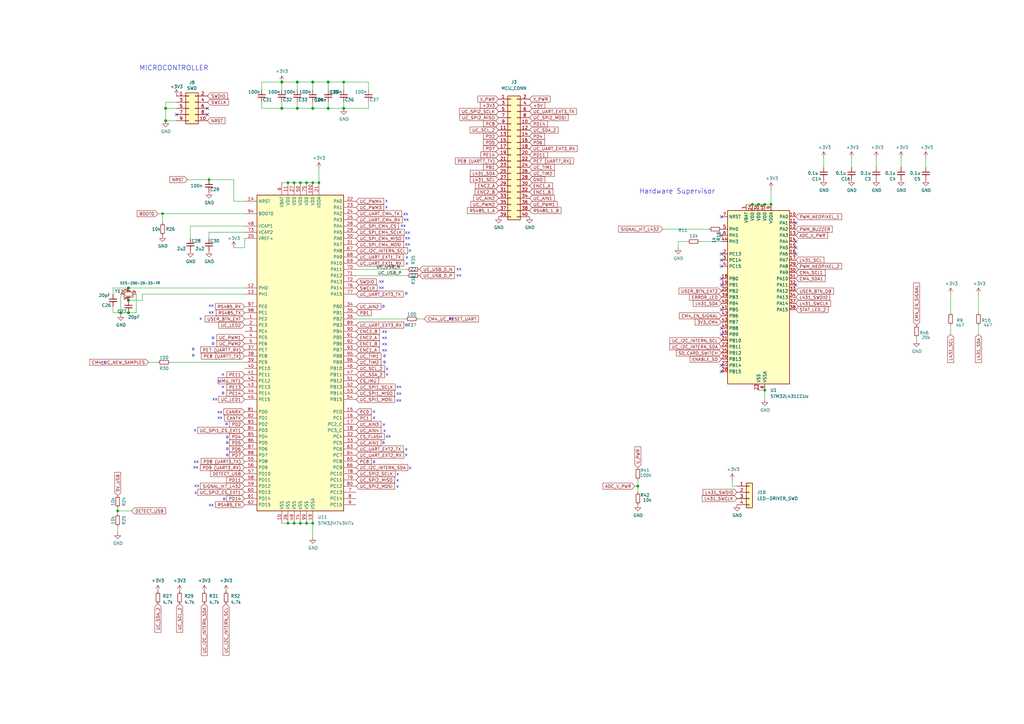
<source format=kicad_sch>
(kicad_sch (version 20231120) (generator "eeschema") (generator_version "8.0")
  (paper "A3")
  (junction (at 134.62 44.45) (diameter 1.016))
  (junction (at 134.62 33.655) (diameter 1.016))
  (junction (at 125.73 74.93))
  (junction (at 52.705 128.27) (diameter 1.016))
  (junction (at 52.705 123.19) (diameter 1.016))
  (junction (at 308.61 83.82))
  (junction (at 313.69 83.82))
  (junction (at 48.26 209.55))
  (junction (at 67.945 49.53) (diameter 1.016))
  (junction (at 85.725 73.66))
  (junction (at 120.65 74.93))
  (junction (at 140.97 33.655))
  (junction (at 118.11 74.93))
  (junction (at 311.15 83.82))
  (junction (at 128.27 44.45) (diameter 1.016))
  (junction (at 121.92 44.45) (diameter 1.016))
  (junction (at 67.945 44.45) (diameter 1.016))
  (junction (at 120.65 214.63))
  (junction (at 128.27 33.655) (diameter 1.016))
  (junction (at 128.27 214.63))
  (junction (at 66.675 87.63))
  (junction (at 313.69 160.02))
  (junction (at 140.97 44.45) (diameter 1.016))
  (junction (at 125.73 214.63))
  (junction (at 115.57 33.655) (diameter 1.016))
  (junction (at 261.62 199.39))
  (junction (at 52.705 118.11) (diameter 1.016))
  (junction (at 49.53 128.27) (diameter 1.016))
  (junction (at 123.19 214.63))
  (junction (at 121.92 33.655) (diameter 1.016))
  (junction (at 123.19 74.93))
  (junction (at 128.27 74.93))
  (junction (at 316.23 83.82))
  (junction (at 130.81 74.93))
  (junction (at 115.57 44.45) (diameter 1.016))
  (junction (at 118.11 214.63))
  (no_connect (at 326.39 101.6))
  (no_connect (at 295.91 152.4))
  (no_connect (at 295.91 134.62))
  (no_connect (at 295.91 88.9))
  (no_connect (at 295.91 114.3))
  (no_connect (at 326.39 104.14))
  (no_connect (at 295.91 106.68))
  (no_connect (at 72.39 46.99))
  (no_connect (at 326.39 116.84))
  (no_connect (at 295.91 109.22))
  (no_connect (at 295.91 127))
  (no_connect (at 326.39 99.06))
  (no_connect (at 295.91 116.84))
  (no_connect (at 295.91 149.86))
  (no_connect (at 295.91 96.52))
  (no_connect (at 326.39 91.44))
  (no_connect (at 85.09 46.99))
  (no_connect (at 85.09 44.45))
  (no_connect (at 295.91 137.16))
  (no_connect (at 295.91 104.14))
  (wire (pts (xy 48.26 215.9) (xy 48.26 218.44)))
  (wire (pts (xy 46.355 118.11) (xy 46.355 120.65)))
  (wire (pts (xy 85.725 73.66) (xy 95.885 73.66)))
  (wire (pts (xy 120.65 214.63) (xy 123.19 214.63)))
  (wire (pts (xy 134.62 33.655) (xy 134.62 36.83)))
  (wire (pts (xy 287.02 99.06) (xy 295.91 99.06)))
  (wire (pts (xy 278.13 101.6) (xy 278.13 99.06)))
  (wire (pts (xy 76.835 73.66) (xy 85.725 73.66)))
  (wire (pts (xy 146.05 110.49) (xy 167.005 110.49)))
  (wire (pts (xy 121.92 44.45) (xy 128.27 44.45)))
  (wire (pts (xy 48.26 209.55) (xy 53.975 209.55)))
  (wire (pts (xy 140.97 44.45) (xy 140.97 41.91)))
  (wire (pts (xy 125.73 214.63) (xy 128.27 214.63)))
  (wire (pts (xy 66.675 87.63) (xy 66.675 91.44)))
  (wire (pts (xy 140.97 33.655) (xy 140.97 36.83)))
  (wire (pts (xy 78.105 92.71) (xy 100.33 92.71)))
  (wire (pts (xy 128.27 33.655) (xy 134.62 33.655)))
  (wire (pts (xy 72.39 44.45) (xy 67.945 44.45)))
  (wire (pts (xy 48.26 208.28) (xy 48.26 209.55)))
  (wire (pts (xy 69.85 148.59) (xy 100.33 148.59)))
  (wire (pts (xy 349.25 64.77) (xy 349.25 68.58)))
  (wire (pts (xy 72.39 41.91) (xy 67.945 41.91)))
  (wire (pts (xy 171.45 130.81) (xy 173.99 130.81)))
  (wire (pts (xy 118.11 214.63) (xy 120.65 214.63)))
  (wire (pts (xy 313.69 83.82) (xy 316.23 83.82)))
  (wire (pts (xy 64.77 87.63) (xy 66.675 87.63)))
  (wire (pts (xy 107.315 41.91) (xy 107.315 44.45)))
  (wire (pts (xy 313.69 160.02) (xy 313.69 163.83)))
  (wire (pts (xy 67.945 41.91) (xy 67.945 44.45)))
  (wire (pts (xy 140.97 33.655) (xy 151.13 33.655)))
  (wire (pts (xy 261.62 199.39) (xy 261.62 201.93)))
  (wire (pts (xy 100.33 97.79) (xy 100.33 101.6)))
  (wire (pts (xy 121.92 33.655) (xy 128.27 33.655)))
  (wire (pts (xy 316.23 77.47) (xy 316.23 83.82)))
  (wire (pts (xy 58.42 120.65) (xy 58.42 123.19)))
  (wire (pts (xy 125.73 74.93) (xy 128.27 74.93)))
  (wire (pts (xy 67.945 44.45) (xy 67.945 49.53)))
  (wire (pts (xy 120.65 74.93) (xy 123.19 74.93)))
  (wire (pts (xy 134.62 41.91) (xy 134.62 44.45)))
  (wire (pts (xy 401.32 133.35) (xy 401.32 137.16)))
  (wire (pts (xy 115.57 33.655) (xy 107.315 33.655)))
  (wire (pts (xy 115.57 214.63) (xy 118.11 214.63)))
  (wire (pts (xy 401.32 120.65) (xy 401.32 128.27)))
  (wire (pts (xy 49.53 128.27) (xy 49.53 128.905)))
  (wire (pts (xy 379.73 64.77) (xy 379.73 68.58)))
  (wire (pts (xy 134.62 44.45) (xy 140.97 44.45)))
  (wire (pts (xy 389.89 120.65) (xy 389.89 128.27)))
  (wire (pts (xy 261.62 196.85) (xy 261.62 199.39)))
  (wire (pts (xy 359.41 64.77) (xy 359.41 68.58)))
  (wire (pts (xy 308.61 83.82) (xy 311.15 83.82)))
  (wire (pts (xy 55.88 128.27) (xy 52.705 128.27)))
  (wire (pts (xy 128.27 33.655) (xy 128.27 36.83)))
  (wire (pts (xy 128.27 44.45) (xy 134.62 44.45)))
  (wire (pts (xy 115.57 36.83) (xy 115.57 33.655)))
  (wire (pts (xy 128.27 41.91) (xy 128.27 44.45)))
  (wire (pts (xy 46.355 128.27) (xy 49.53 128.27)))
  (wire (pts (xy 115.57 74.93) (xy 118.11 74.93)))
  (wire (pts (xy 146.05 130.81) (xy 166.37 130.81)))
  (wire (pts (xy 151.13 44.45) (xy 140.97 44.45)))
  (wire (pts (xy 311.15 83.82) (xy 313.69 83.82)))
  (wire (pts (xy 123.19 214.63) (xy 125.73 214.63)))
  (wire (pts (xy 115.57 44.45) (xy 121.92 44.45)))
  (wire (pts (xy 118.11 74.93) (xy 120.65 74.93)))
  (wire (pts (xy 121.92 41.91) (xy 121.92 44.45)))
  (wire (pts (xy 52.705 128.27) (xy 49.53 128.27)))
  (wire (pts (xy 48.26 209.55) (xy 48.26 210.82)))
  (wire (pts (xy 52.705 118.11) (xy 100.33 118.11)))
  (wire (pts (xy 389.89 133.35) (xy 389.89 137.16)))
  (wire (pts (xy 375.92 139.7) (xy 375.92 138.43)))
  (wire (pts (xy 78.105 97.79) (xy 78.105 92.71)))
  (wire (pts (xy 128.27 220.345) (xy 128.27 214.63)))
  (wire (pts (xy 271.78 93.98) (xy 290.83 93.98)))
  (wire (pts (xy 66.675 87.63) (xy 100.33 87.63)))
  (wire (pts (xy 278.13 99.06) (xy 281.94 99.06)))
  (wire (pts (xy 107.315 33.655) (xy 107.315 36.83)))
  (wire (pts (xy 55.88 120.65) (xy 55.88 128.27)))
  (wire (pts (xy 95.885 82.55) (xy 95.885 73.66)))
  (wire (pts (xy 46.355 125.73) (xy 46.355 128.27)))
  (wire (pts (xy 85.725 97.79) (xy 85.725 95.25)))
  (wire (pts (xy 151.13 33.655) (xy 151.13 36.83)))
  (wire (pts (xy 369.57 64.77) (xy 369.57 68.58)))
  (wire (pts (xy 100.33 101.6) (xy 95.885 101.6)))
  (wire (pts (xy 52.705 123.19) (xy 58.42 123.19)))
  (wire (pts (xy 58.42 120.65) (xy 100.33 120.65)))
  (wire (pts (xy 300.355 199.39) (xy 302.26 199.39)))
  (wire (pts (xy 85.725 95.25) (xy 100.33 95.25)))
  (wire (pts (xy 128.27 74.93) (xy 130.81 74.93)))
  (wire (pts (xy 100.33 82.55) (xy 95.885 82.55)))
  (wire (pts (xy 134.62 33.655) (xy 140.97 33.655)))
  (wire (pts (xy 60.96 148.59) (xy 64.77 148.59)))
  (wire (pts (xy 146.05 113.03) (xy 167.005 113.03)))
  (wire (pts (xy 300.355 196.85) (xy 300.355 199.39)))
  (wire (pts (xy 49.53 120.65) (xy 49.53 128.27)))
  (wire (pts (xy 130.81 69.215) (xy 130.81 74.93)))
  (wire (pts (xy 311.15 160.02) (xy 313.69 160.02)))
  (wire (pts (xy 123.19 74.93) (xy 125.73 74.93)))
  (wire (pts (xy 261.62 199.39) (xy 260.35 199.39)))
  (wire (pts (xy 121.92 33.655) (xy 121.92 36.83)))
  (wire (pts (xy 337.82 64.77) (xy 337.82 68.58)))
  (wire (pts (xy 151.13 41.91) (xy 151.13 44.45)))
  (wire (pts (xy 52.705 118.11) (xy 46.355 118.11)))
  (wire (pts (xy 107.315 44.45) (xy 115.57 44.45)))
  (wire (pts (xy 115.57 33.655) (xy 121.92 33.655)))
  (wire (pts (xy 306.07 83.82) (xy 308.61 83.82)))
  (wire (pts (xy 115.57 41.91) (xy 115.57 44.45)))
  (wire (pts (xy 72.39 49.53) (xy 67.945 49.53)))
  (text "xx" (at -33.274 4.572 0) (effects (font (size 1.27 1.27))))
  (text "o" (at 87.376 140.97 0) (effects (font (size 1.27 1.27))))
  (text "o" (at 92.964 173.99 0) (effects (font (size 1.27 1.27))))
  (text "xx" (at 163.576 164.338 0) (effects (font (size 1.27 1.27))))
  (text "MICROCONTROLLER" (at 57.15 29.21 0) (effects (font (size 2 2)) (justify left bottom)))
  (text "xx" (at 185.166 130.81 0) (effects (font (size 1.27 1.27))))
  (text "o" (at 93.218 186.69 0) (effects (font (size 1.27 1.27))))
  (text "o" (at 93.218 179.324 0) (effects (font (size 1.27 1.27))))
  (text "x" (at 91.44 158.75 0) (effects (font (size 1.27 1.27))))
  (text "x" (at 153.416 168.91 0) (effects (font (size 1.27 1.27))))
  (text "o" (at 157.734 146.05 0) (effects (font (size 1.27 1.27))))
  (text "x" (at 157.734 176.784 0) (effects (font (size 1.27 1.27))))
  (text "xx" (at 157.734 143.764 0) (effects (font (size 1.27 1.27))))
  (text "xx" (at 188.214 113.03 0) (effects (font (size 1.27 1.27))))
  (text "o" (at 89.916 156.464 0) (effects (font (size 1.27 1.27))))
  (text "o" (at 87.376 138.684 0) (effects (font (size 1.27 1.27))))
  (text "xx" (at 159.258 179.07 0) (effects (font (size 1.27 1.27))))
  (text "x" (at 158.75 153.67 0) (effects (font (size 1.27 1.27))))
  (text "o" (at 157.226 125.73 0) (effects (font (size 1.27 1.27))))
  (text "x" (at 158.75 151.384 0) (effects (font (size 1.27 1.27))))
  (text "x" (at 163.068 197.104 0) (effects (font (size 1.27 1.27))))
  (text "x" (at 91.44 153.67 0) (effects (font (size 1.27 1.27))))
  (text "o" (at 93.218 181.61 0) (effects (font (size 1.27 1.27))))
  (text "o" (at 157.226 181.61 0) (effects (font (size 1.27 1.27))))
  (text "xx" (at 156.464 115.57 0) (effects (font (size 1.27 1.27))))
  (text "x" (at 158.496 85.09 0) (effects (font (size 1.27 1.27))))
  (text "xx" (at 86.614 207.264 0) (effects (font (size 1.27 1.27))))
  (text "o" (at 91.948 204.724 0) (effects (font (size 1.27 1.27))))
  (text "xx" (at 42.418 148.59 0) (effects (font (size 1.27 1.27))))
  (text "xx" (at 163.576 158.75 0) (effects (font (size 1.27 1.27))))
  (text "o" (at 93.218 184.15 0) (effects (font (size 1.27 1.27))))
  (text "x" (at 166.878 108.204 0) (effects (font (size 1.27 1.27))))
  (text "xx" (at 80.518 189.484 0) (effects (font (size 1.27 1.27))))
  (text "xx" (at 167.132 97.79 0) (effects (font (size 1.27 1.27))))
  (text "o" (at 166.624 133.35 0) (effects (font (size 1.27 1.27))))
  (text "xx" (at 167.132 95.504 0) (effects (font (size 1.27 1.27))))
  (text "xx" (at 166.37 87.884 0) (effects (font (size 1.27 1.27))))
  (text "o" (at -36.068 1.778 0) (effects (font (size 1.27 1.27))))
  (text "xx" (at -33.274 7.112 0) (effects (font (size 1.27 1.27))))
  (text "xx" (at 157.734 136.144 0) (effects (font (size 1.27 1.27))))
  (text "xx" (at 90.17 169.164 0) (effects (font (size 1.27 1.27))))
  (text "xx" (at 86.614 128.27 0) (effects (font (size 1.27 1.27))))
  (text "x" (at 80.01 176.53 0) (effects (font (size 1.27 1.27))))
  (text "o" (at 166.624 120.396 0) (effects (font (size 1.27 1.27))))
  (text "x" (at 166.624 184.404 0) (effects (font (size 1.27 1.27))))
  (text "xx" (at 80.264 191.77 0) (effects (font (size 1.27 1.27))))
  (text "xx" (at 156.464 118.11 0) (effects (font (size 1.27 1.27))))
  (text "x" (at 157.48 174.244 0) (effects (font (size 1.27 1.27))))
  (text "xx" (at 90.17 171.45 0) (effects (font (size 1.27 1.27))))
  (text "xx" (at 166.624 90.17 0) (effects (font (size 1.27 1.27))))
  (text "o" (at 153.416 189.484 0) (effects (font (size 1.27 1.27))))
  (text "x" (at 166.624 186.69 0) (effects (font (size 1.27 1.27))))
  (text "x" (at 158.496 82.55 0) (effects (font (size 1.27 1.27))))
  (text "x" (at 168.148 192.024 0) (effects (font (size 1.27 1.27))))
  (text "o" (at 91.44 161.29 0) (effects (font (size 1.27 1.27))))
  (text "x" (at 168.148 102.87 0) (effects (font (size 1.27 1.27))))
  (text "x" (at -32.766 -8.382 0) (effects (font (size 1.27 1.27))))
  (text "x" (at 163.068 199.644 0) (effects (font (size 1.27 1.27))))
  (text "xx" (at 165.354 92.71 0) (effects (font (size 1.27 1.27))))
  (text "x" (at -32.766 -5.08 0) (effects (font (size 1.27 1.27))))
  (text "xx" (at 157.734 141.224 0) (effects (font (size 1.27 1.27))))
  (text "o" (at 79.248 143.256 0) (effects (font (size 1.27 1.27))))
  (text "xx" (at 80.772 199.39 0) (effects (font (size 1.27 1.27))))
  (text "x" (at 153.416 171.45 0) (effects (font (size 1.27 1.27))))
  (text "Hardware Supervisor" (at 262.128 79.756 0) (effects (font (size 2 2)) (justify left bottom)))
  (text "x" (at 80.264 202.184 0) (effects (font (size 1.27 1.27))))
  (text "x" (at 82.296 130.81 0) (effects (font (size 1.27 1.27))))
  (text "o" (at 79.248 145.796 0) (effects (font (size 1.27 1.27))))
  (text "x" (at 163.068 194.564 0) (effects (font (size 1.27 1.27))))
  (text "o" (at 157.734 148.59 0) (effects (font (size 1.27 1.27))))
  (text "xx" (at 86.614 125.476 0) (effects (font (size 1.27 1.27))))
  (text "xx" (at 157.734 138.684 0) (effects (font (size 1.27 1.27))))
  (text "x" (at 166.878 105.664 0) (effects (font (size 1.27 1.27))))
  (text "xx" (at 167.132 100.33 0) (effects (font (size 1.27 1.27))))
  (text "xx" (at 163.576 161.544 0) (effects (font (size 1.27 1.27))))
  (text "xx" (at 188.214 110.49 0) (effects (font (size 1.27 1.27))))
  (text "xx" (at 88.138 163.83 0) (effects (font (size 1.27 1.27))))
  (label "UC_USB_P" (at 154.94 113.03 0))
  (label "UC_USB_N" (at 154.305 110.49 0))
  (global_label "CM4_EN_SIGNAL" (shape input) (at 375.92 133.35 90) (property "Intersheetrefs" "${INTERSHEET_REFS}" (effects (hide yes))))
  (global_label "L431_SDA" (shape input) (at 401.32 137.16 270) (property "Intersheetrefs" "${INTERSHEET_REFS}" (effects (hide yes))))
  (global_label "ERROR_LED" (shape input) (at 295.91 121.92 180) (property "Intersheetrefs" "${INTERSHEET_REFS}" (effects (hide yes))))
  (global_label "UC_SPI2_MOSI" (shape input) (at 146.05 199.39 0) (property "Intersheetrefs" "${INTERSHEET_REFS}" (effects (hide yes))))
  (global_label "UC_USB_D_N" (shape input) (at 172.085 110.49 0) (property "Intersheetrefs" "${INTERSHEET_REFS}" (effects (hide yes))))
  (global_label "UC_SCL_2" (shape input) (at 73.66 247.65 270) (property "Intersheetrefs" "${INTERSHEET_REFS}" (effects (hide yes))))
  (global_label "ENC1_A" (shape input) (at 146.05 143.51 0) (property "Intersheetrefs" "${INTERSHEET_REFS}" (effects (hide yes))))
  (global_label "UC_UART_EXT1_RX" (shape input) (at 146.05 107.95 0) (property "Intersheetrefs" "${INTERSHEET_REFS}" (effects (hide yes))))
  (global_label "UC_UART_EXT2_TX" (shape input) (at 146.05 184.15 0) (property "Intersheetrefs" "${INTERSHEET_REFS}" (effects (hide yes))))
  (global_label "PD11" (shape input) (at 100.33 196.85 180) (property "Intersheetrefs" "${INTERSHEET_REFS}" (effects (hide yes))))
  (global_label "PD14" (shape input) (at 217.17 50.8 0) (property "Intersheetrefs" "${INTERSHEET_REFS}" (effects (hide yes))))
  (global_label "PE8 (UART7_TX)" (shape input) (at 100.33 146.05 180) (property "Intersheetrefs" "${INTERSHEET_REFS}" (effects (hide yes))))
  (global_label "PB1" (shape input) (at 204.47 68.58 180) (property "Intersheetrefs" "${INTERSHEET_REFS}" (effects (hide yes))))
  (global_label "UC_SPI1_CS_EXT1" (shape input) (at 100.33 176.53 180) (property "Intersheetrefs" "${INTERSHEET_REFS}" (effects (hide yes))))
  (global_label "PD14" (shape input) (at 100.33 204.47 180) (property "Intersheetrefs" "${INTERSHEET_REFS}" (effects (hide yes))))
  (global_label "UC_AIN1" (shape input) (at 217.17 81.28 0) (property "Intersheetrefs" "${INTERSHEET_REFS}" (effects (hide yes))))
  (global_label "UC_UART_EXT3_RX" (shape input) (at 146.05 133.35 0) (property "Intersheetrefs" "${INTERSHEET_REFS}" (effects (hide yes))))
  (global_label "5V_USB" (shape input) (at 48.26 203.2 90) (property "Intersheetrefs" "${INTERSHEET_REFS}" (effects (hide yes))))
  (global_label "PE7 (UART7_RX)" (shape input) (at 217.17 66.04 0) (property "Intersheetrefs" "${INTERSHEET_REFS}" (effects (hide yes))))
  (global_label "PWM_BUZZER" (shape input) (at 326.39 93.98 0) (property "Intersheetrefs" "${INTERSHEET_REFS}" (effects (hide yes))))
  (global_label "UC_TIM1" (shape input) (at 146.05 146.05 0) (property "Intersheetrefs" "${INTERSHEET_REFS}" (effects (hide yes))))
  (global_label "UC_SPI2_CS_EXT1" (shape input) (at 100.33 201.93 180) (property "Intersheetrefs" "${INTERSHEET_REFS}" (effects (hide yes))))
  (global_label "UC_TIM1" (shape input) (at 217.17 68.58 0) (property "Intersheetrefs" "${INTERSHEET_REFS}" (effects (hide yes))))
  (global_label "PD7" (shape input) (at 100.33 186.69 180) (property "Intersheetrefs" "${INTERSHEET_REFS}" (effects (hide yes))))
  (global_label "UC_SPI_CM4_CS" (shape input) (at 146.05 92.71 0) (property "Intersheetrefs" "${INTERSHEET_REFS}" (effects (hide yes))))
  (global_label "L431_SCL" (shape input) (at 204.47 73.66 180) (property "Intersheetrefs" "${INTERSHEET_REFS}" (effects (hide yes))))
  (global_label "UC_LED1" (shape input) (at 100.33 163.83 180) (property "Intersheetrefs" "${INTERSHEET_REFS}" (effects (hide yes))))
  (global_label "UC_I2C_INTERN_SCL" (shape input) (at 146.05 102.87 0) (property "Intersheetrefs" "${INTERSHEET_REFS}" (effects (hide yes))))
  (global_label "UC_UART_EXT1_TX" (shape input) (at 146.05 105.41 0) (property "Intersheetrefs" "${INTERSHEET_REFS}" (effects (hide yes))))
  (global_label "ENC2_A" (shape input) (at 146.05 138.43 0) (property "Intersheetrefs" "${INTERSHEET_REFS}" (effects (hide yes))))
  (global_label "PE7 (UART7_RX)" (shape input) (at 100.33 143.51 180) (property "Intersheetrefs" "${INTERSHEET_REFS}" (effects (hide yes))))
  (global_label "UC_UART_EXT3_TX" (shape input) (at 146.05 120.65 0) (property "Intersheetrefs" "${INTERSHEET_REFS}" (effects (hide yes))))
  (global_label "DETECT_USB" (shape input) (at 53.975 209.55 0) (property "Intersheetrefs" "${INTERSHEET_REFS}" (effects (hide yes))))
  (global_label "NRST" (shape input) (at 85.09 49.53 0) (property "Intersheetrefs" "${INTERSHEET_REFS}" (effects (hide yes))))
  (global_label "PC0" (shape input) (at 146.05 168.91 0) (property "Intersheetrefs" "${INTERSHEET_REFS}" (effects (hide yes))))
  (global_label "PD4" (shape input) (at 100.33 179.07 180) (property "Intersheetrefs" "${INTERSHEET_REFS}" (effects (hide yes))))
  (global_label "RS485_1_B" (shape input) (at 217.17 86.36 0) (property "Intersheetrefs" "${INTERSHEET_REFS}" (effects (hide yes))))
  (global_label "UC_UART_CM4_TX" (shape input) (at 146.05 87.63 0) (property "Intersheetrefs" "${INTERSHEET_REFS}" (effects (hide yes))))
  (global_label "CS_IMU" (shape input) (at 146.05 156.21 0) (property "Intersheetrefs" "${INTERSHEET_REFS}" (effects (hide yes))))
  (global_label "UC_SPI2_MISO" (shape input) (at 146.05 196.85 0) (property "Intersheetrefs" "${INTERSHEET_REFS}" (effects (hide yes))))
  (global_label "UC_PWM1" (shape input) (at 217.17 83.82 0) (property "Intersheetrefs" "${INTERSHEET_REFS}" (effects (hide yes))))
  (global_label "UC_AIN2" (shape input) (at 146.05 125.73 0) (property "Intersheetrefs" "${INTERSHEET_REFS}" (effects (hide yes))))
  (global_label "L431_SWCLK" (shape input) (at 326.39 124.46 0) (property "Intersheetrefs" "${INTERSHEET_REFS}" (effects (hide yes))))
  (global_label "UC_SPI2_MOSI" (shape input) (at 217.17 48.26 0) (property "Intersheetrefs" "${INTERSHEET_REFS}" (effects (hide yes))))
  (global_label "L431_SWCLK" (shape input) (at 302.26 204.47 180) (property "Intersheetrefs" "${INTERSHEET_REFS}" (effects (hide yes))))
  (global_label "RS485_1_A" (shape input) (at 204.47 86.36 180) (property "Intersheetrefs" "${INTERSHEET_REFS}" (effects (hide yes))))
  (global_label "IMU_INT1" (shape input) (at 100.33 156.21 180) (property "Intersheetrefs" "${INTERSHEET_REFS}" (effects (hide yes))))
  (global_label "PD5" (shape input) (at 204.47 58.42 180) (property "Intersheetrefs" "${INTERSHEET_REFS}" (effects (hide yes))))
  (global_label "PC8" (shape input) (at 204.47 50.8 180) (property "Intersheetrefs" "${INTERSHEET_REFS}" (effects (hide yes))))
  (global_label "ENC2_A" (shape input) (at 204.47 76.2 180) (property "Intersheetrefs" "${INTERSHEET_REFS}" (effects (hide yes))))
  (global_label "PD5" (shape input) (at 100.33 181.61 180) (property "Intersheetrefs" "${INTERSHEET_REFS}" (effects (hide yes))))
  (global_label "RS485_TX" (shape input) (at 100.33 128.27 180) (property "Intersheetrefs" "${INTERSHEET_REFS}" (effects (hide yes))))
  (global_label "SWCLK" (shape input) (at 146.05 118.11 0) (property "Intersheetrefs" "${INTERSHEET_REFS}" (effects (hide yes))))
  (global_label "L431_SWDIO" (shape input) (at 326.39 121.92 0) (property "Intersheetrefs" "${INTERSHEET_REFS}" (effects (hide yes))))
  (global_label "L431_SDA" (shape input) (at 295.91 124.46 180) (property "Intersheetrefs" "${INTERSHEET_REFS}" (effects (hide yes))))
  (global_label "NRST" (shape input) (at 76.835 73.66 180) (property "Intersheetrefs" "${INTERSHEET_REFS}" (effects (hide yes))))
  (global_label "V_PWR" (shape input) (at 217.17 40.64 0) (property "Intersheetrefs" "${INTERSHEET_REFS}" (effects (hide yes))))
  (global_label "RS485_EN" (shape input) (at 100.33 207.01 180) (property "Intersheetrefs" "${INTERSHEET_REFS}" (effects (hide yes))))
  (global_label "V_PWR" (shape input) (at 204.47 40.64 180) (property "Intersheetrefs" "${INTERSHEET_REFS}" (effects (hide yes))))
  (global_label "SWDIO" (shape input) (at 146.05 115.57 0) (property "Intersheetrefs" "${INTERSHEET_REFS}" (effects (hide yes))))
  (global_label "UC_SPI2_SCLK" (shape input) (at 204.47 45.72 180) (property "Intersheetrefs" "${INTERSHEET_REFS}" (effects (hide yes))))
  (global_label "L431_SWDIO" (shape input) (at 302.26 201.93 180) (property "Intersheetrefs" "${INTERSHEET_REFS}" (effects (hide yes))))
  (global_label "UC_I2C_INTERN_SDA" (shape input) (at 146.05 191.77 0) (property "Intersheetrefs" "${INTERSHEET_REFS}" (effects (hide yes))))
  (global_label "PD11" (shape input) (at 217.17 63.5 0) (property "Intersheetrefs" "${INTERSHEET_REFS}" (effects (hide yes))))
  (global_label "PD7" (shape input) (at 204.47 60.96 180) (property "Intersheetrefs" "${INTERSHEET_REFS}" (effects (hide yes))))
  (global_label "UC_I2C_INTERN_SCL" (shape input) (at 295.91 139.7 180) (property "Intersheetrefs" "${INTERSHEET_REFS}" (effects (hide yes))))
  (global_label "CM4_UC_NEW_SAMPLES" (shape input) (at 60.96 148.59 180) (property "Intersheetrefs" "${INTERSHEET_REFS}" (effects (hide yes))))
  (global_label "USER_BTN_EXT2" (shape input) (at 295.91 119.38 180) (property "Intersheetrefs" "${INTERSHEET_REFS}" (effects (hide yes))))
  (global_label "USER_BTN_EXT" (shape input) (at 100.33 130.81 180) (property "Intersheetrefs" "${INTERSHEET_REFS}" (effects (hide yes))))
  (global_label "PD2" (shape input) (at 100.33 173.99 180) (property "Intersheetrefs" "${INTERSHEET_REFS}" (effects (hide yes))))
  (global_label "PWM_NEOPIXEL_1" (shape input) (at 326.39 88.9 0) (property "Intersheetrefs" "${INTERSHEET_REFS}" (effects (hide yes))))
  (global_label "ENC2_B" (shape input) (at 204.47 78.74 180) (property "Intersheetrefs" "${INTERSHEET_REFS}" (effects (hide yes))))
  (global_label "STAT_LED_2" (shape input) (at 326.39 127 0) (property "Intersheetrefs" "${INTERSHEET_REFS}" (effects (hide yes))))
  (global_label "3V3_CM4" (shape input) (at 295.91 132.08 180) (property "Intersheetrefs" "${INTERSHEET_REFS}" (effects (hide yes))))
  (global_label "L431_SCL" (shape input) (at 326.39 106.68 0) (property "Intersheetrefs" "${INTERSHEET_REFS}" (effects (hide yes))))
  (global_label "PD6" (shape input) (at 217.17 58.42 0) (property "Intersheetrefs" "${INTERSHEET_REFS}" (effects (hide yes))))
  (global_label "CM4_EN_SIGNAL" (shape input) (at 295.91 129.54 180) (property "Intersheetrefs" "${INTERSHEET_REFS}" (effects (hide yes))))
  (global_label "GND" (shape input) (at 217.17 73.66 0) (property "Intersheetrefs" "${INTERSHEET_REFS}" (effects (hide yes))))
  (global_label "UC_TIM2" (shape input) (at 217.17 71.12 0) (property "Intersheetrefs" "${INTERSHEET_REFS}" (effects (hide yes))))
  (global_label "UC_SCL_2" (shape input) (at 204.47 53.34 180) (property "Intersheetrefs" "${INTERSHEET_REFS}" (effects (hide yes))))
  (global_label "ENC2_B" (shape input) (at 146.05 135.89 0) (property "Intersheetrefs" "${INTERSHEET_REFS}" (effects (hide yes))))
  (global_label "USER_BTN_OB" (shape input) (at 326.39 119.38 0) (property "Intersheetrefs" "${INTERSHEET_REFS}" (effects (hide yes))))
  (global_label "UC_AIN1" (shape input) (at 146.05 181.61 0) (property "Intersheetrefs" "${INTERSHEET_REFS}" (effects (hide yes))))
  (global_label "PE14" (shape input) (at 100.33 161.29 180) (property "Intersheetrefs" "${INTERSHEET_REFS}" (effects (hide yes))))
  (global_label "UC_AIN2" (shape input) (at 204.47 81.28 180) (property "Intersheetrefs" "${INTERSHEET_REFS}" (effects (hide yes))))
  (global_label "ENC1_B" (shape input) (at 217.17 78.74 0) (property "Intersheetrefs" "${INTERSHEET_REFS}" (effects (hide yes))))
  (global_label "PE13" (shape input) (at 100.33 158.75 180) (property "Intersheetrefs" "${INTERSHEET_REFS}" (effects (hide yes))))
  (global_label "PD9 (UART3_RX)" (shape input) (at 100.33 191.77 180) (property "Intersheetrefs" "${INTERSHEET_REFS}" (effects (hide yes))))
  (global_label "DETECT_USB" (shape input) (at 100.33 194.31 180) (property "Intersheetrefs" "${INTERSHEET_REFS}" (effects (hide yes))))
  (global_label "ENABLE_SD" (shape input) (at 295.91 147.32 180) (property "Intersheetrefs" "${INTERSHEET_REFS}" (effects (hide yes))))
  (global_label "UC_PWM2" (shape input) (at 204.47 83.82 180) (property "Intersheetrefs" "${INTERSHEET_REFS}" (effects (hide yes))))
  (global_label "UC_UART_EXT2_RX" (shape input) (at 146.05 186.69 0) (property "Intersheetrefs" "${INTERSHEET_REFS}" (effects (hide yes))))
  (global_label "UC_I2C_INTERN_SCL" (shape input) (at 92.71 247.65 270) (property "Intersheetrefs" "${INTERSHEET_REFS}" (effects (hide yes))))
  (global_label "UC_AIN4" (shape input) (at 146.05 176.53 0) (property "Intersheetrefs" "${INTERSHEET_REFS}" (effects (hide yes))))
  (global_label "UC_SDA_2" (shape input) (at 146.05 153.67 0) (property "Intersheetrefs" "${INTERSHEET_REFS}" (effects (hide yes))))
  (global_label "UC_TIM2" (shape input) (at 146.05 148.59 0) (property "Intersheetrefs" "${INTERSHEET_REFS}" (effects (hide yes))))
  (global_label "SD_CARD_SWITCH" (shape input) (at 295.91 144.78 180) (property "Intersheetrefs" "${INTERSHEET_REFS}" (effects (hide yes))))
  (global_label "UC_SDA_2" (shape input) (at 64.77 247.65 270) (property "Intersheetrefs" "${INTERSHEET_REFS}" (effects (hide yes))))
  (global_label "L431_SCL" (shape input) (at 389.89 137.16 270) (property "Intersheetrefs" "${INTERSHEET_REFS}" (effects (hide yes))))
  (global_label "CM4_UC_RESET_UART" (shape input) (at 173.99 130.81 0) (property "Intersheetrefs" "${INTERSHEET_REFS}" (effects (hide yes))))
  (global_label "V_PWR" (shape input) (at 261.62 191.77 90) (property "Intersheetrefs" "${INTERSHEET_REFS}" (effects (hide yes))))
  (global_label "PC8" (shape input) (at 146.05 189.23 0) (property "Intersheetrefs" "${INTERSHEET_REFS}" (effects (hide yes))))
  (global_label "CANTX" (shape input) (at 100.33 171.45 180) (property "Intersheetrefs" "${INTERSHEET_REFS}" (effects (hide yes))))
  (global_label "UC_SPI1_MISO" (shape input) (at 146.05 161.29 0) (property "Intersheetrefs" "${INTERSHEET_REFS}" (effects (hide yes))))
  (global_label "PD8 (UART3_TX)" (shape input) (at 100.33 189.23 180) (property "Intersheetrefs" "${INTERSHEET_REFS}" (effects (hide yes))))
  (global_label "BOOT0" (shape input) (at 64.77 87.63 180) (property "Intersheetrefs" "${INTERSHEET_REFS}" (effects (hide yes))))
  (global_label "PWM_NEOPIXEL_2" (shape input) (at 326.39 109.22 0) (property "Intersheetrefs" "${INTERSHEET_REFS}" (effects (hide yes))))
  (global_label "PE8 (UART7_TX)" (shape input) (at 204.47 66.04 180) (property "Intersheetrefs" "${INTERSHEET_REFS}" (effects (hide yes))))
  (global_label "UC_SPI_CM4_SCLK" (shape input) (at 146.05 95.25 0) (property "Intersheetrefs" "${INTERSHEET_REFS}" (effects (hide yes))))
  (global_label "PD4" (shape input) (at 217.17 55.88 0) (property "Intersheetrefs" "${INTERSHEET_REFS}" (effects (hide yes))))
  (global_label "ADC_V_PWR" (shape input) (at 326.39 96.52 0) (property "Intersheetrefs" "${INTERSHEET_REFS}" (effects (hide yes))))
  (global_label "ENC1_A" (shape input) (at 217.17 76.2 0) (property "Intersheetrefs" "${INTERSHEET_REFS}" (effects (hide yes))))
  (global_label "CM4_SDA1" (shape input) (at 326.39 114.3 0) (property "Intersheetrefs" "${INTERSHEET_REFS}" (effects (hide yes))))
  (global_label "SIGNAL_H7_L432" (shape input) (at 100.33 199.39 180) (property "Intersheetrefs" "${INTERSHEET_REFS}" (effects (hide yes))))
  (global_label "L431_SDA" (shape input) (at 204.47 71.12 180) (property "Intersheetrefs" "${INTERSHEET_REFS}" (effects (hide yes))))
  (global_label "UC_PWM3" (shape input) (at 146.05 85.09 0) (property "Intersheetrefs" "${INTERSHEET_REFS}" (effects (hide yes))))
  (global_label "ADC_V_PWR" (shape input) (at 260.35 199.39 180) (property "Intersheetrefs" "${INTERSHEET_REFS}" (effects (hide yes))))
  (global_label "CM4_SCL1" (shape input) (at 326.39 111.76 0) (property "Intersheetrefs" "${INTERSHEET_REFS}" (effects (hide yes))))
  (global_label "UC_UART_EXT3_TX" (shape input) (at 217.17 45.72 0) (property "Intersheetrefs" "${INTERSHEET_REFS}" (effects (hide yes))))
  (global_label "UC_PWM2" (shape input) (at 100.33 140.97 180) (property "Intersheetrefs" "${INTERSHEET_REFS}" (effects (hide yes))))
  (global_label "UC_UART_CM4_RX" (shape input) (at 146.05 90.17 0) (property "Intersheetrefs" "${INTERSHEET_REFS}" (effects (hide yes))))
  (global_label "SIGNAL_H7_L432" (shape input) (at 271.78 93.98 180) (property "Intersheetrefs" "${INTERSHEET_REFS}" (effects (hide yes))))
  (global_label "ENC1_B" (shape input) (at 146.05 140.97 0) (property "Intersheetrefs" "${INTERSHEET_REFS}" (effects (hide yes))))
  (global_label "UC_PWM1" (shape input) (at 100.33 138.43 180) (property "Intersheetrefs" "${INTERSHEET_REFS}" (effects (hide yes))))
  (global_label "UC_SPI1_SCLK" (shape input) (at 146.05 158.75 0) (property "Intersheetrefs" "${INTERSHEET_REFS}" (effects (hide yes))))
  (global_label "UC_AIN3" (shape input) (at 146.05 173.99 0) (property "Intersheetrefs" "${INTERSHEET_REFS}" (effects (hide yes))))
  (global_label "UC_SPI2_SCLK" (shape input) (at 146.05 194.31 0) (property "Intersheetrefs" "${INTERSHEET_REFS}" (effects (hide yes))))
  (global_label "UC_SCL_2" (shape input) (at 146.05 151.13 0) (property "Intersheetrefs" "${INTERSHEET_REFS}" (effects (hide yes))))
  (global_label "PC1" (shape input) (at 146.05 171.45 0) (property "Intersheetrefs" "${INTERSHEET_REFS}" (effects (hide yes))))
  (global_label "UC_I2C_INTERN_SDA" (shape input) (at 83.82 247.65 270) (property "Intersheetrefs" "${INTERSHEET_REFS}" (effects (hide yes))))
  (global_label "UC_UART_EXT3_RX" (shape input) (at 217.17 60.96 0) (property "Intersheetrefs" "${INTERSHEET_REFS}" (effects (hide yes))))
  (global_label "UC_LED2" (shape input) (at 100.33 133.35 180) (property "Intersheetrefs" "${INTERSHEET_REFS}" (effects (hide yes))))
  (global_label "PD6" (shape input) (at 100.33 184.15 180) (property "Intersheetrefs" "${INTERSHEET_REFS}" (effects (hide yes))))
  (global_label "CANRX" (shape input) (at 100.33 168.91 180) (property "Intersheetrefs" "${INTERSHEET_REFS}" (effects (hide yes))))
  (global_label "PE14" (shape input) (at 204.47 63.5 180) (property "Intersheetrefs" "${INTERSHEET_REFS}" (effects (hide yes))))
  (global_label "UC_SPI_CM4_MOSI" (shape input) (at 146.05 100.33 0) (property "Intersheetrefs" "${INTERSHEET_REFS}" (effects (hide yes))))
  (global_label "+5V" (shape input) (at 217.17 43.18 0) (property "Intersheetrefs" "${INTERSHEET_REFS}" (effects (hide yes))))
  (global_label "UC_SDA_2" (shape input) (at 217.17 53.34 0) (property "Intersheetrefs" "${INTERSHEET_REFS}" (effects (hide yes))))
  (global_label "SWCLK" (shape input) (at 85.09 41.91 0) (property "Intersheetrefs" "${INTERSHEET_REFS}" (effects (hide yes))))
  (global_label "UC_USB_D_P" (shape input) (at 172.085 113.03 0) (property "Intersheetrefs" "${INTERSHEET_REFS}" (effects (hide yes))))
  (global_label "SWDIO" (shape input) (at 85.09 39.37 0) (property "Intersheetrefs" "${INTERSHEET_REFS}" (effects (hide yes))))
  (global_label "UC_SPI1_MOSI" (shape input) (at 146.05 163.83 0) (property "Intersheetrefs" "${INTERSHEET_REFS}" (effects (hide yes))))
  (global_label "UC_SPI_CM4_MISO" (shape input) (at 146.05 97.79 0) (property "Intersheetrefs" "${INTERSHEET_REFS}" (effects (hide yes))))
  (global_label "RS485_RX" (shape input) (at 100.33 125.73 180) (property "Intersheetrefs" "${INTERSHEET_REFS}" (effects (hide yes))))
  (global_label "PD2" (shape input) (at 204.47 55.88 180) (property "Intersheetrefs" "${INTERSHEET_REFS}" (effects (hide yes))))
  (global_label "CS_FLASH" (shape input) (at 146.05 179.07 0) (property "Intersheetrefs" "${INTERSHEET_REFS}" (effects (hide yes))))
  (global_label "UC_SPI2_MISO" (shape input) (at 204.47 48.26 180) (property "Intersheetrefs" "${INTERSHEET_REFS}" (effects (hide yes))))
  (global_label "UC_I2C_INTERN_SDA" (shape input) (at 295.91 142.24 180) (property "Intersheetrefs" "${INTERSHEET_REFS}" (effects (hide yes))))
  (global_label "+3V3" (shape input) (at 204.47 43.18 180) (property "Intersheetrefs" "${INTERSHEET_REFS}" (effects (hide yes))))
  (global_label "PB1" (shape input) (at 146.05 128.27 0) (property "Intersheetrefs" "${INTERSHEET_REFS}" (effects (hide yes))))
  (global_label "PE11" (shape input) (at 100.33 153.67 180) (property "Intersheetrefs" "${INTERSHEET_REFS}" (effects (hide yes))))
  (global_label "UC_PWM4" (shape input) (at 146.05 82.55 0) (property "Intersheetrefs" "${INTERSHEET_REFS}" (effects (hide yes))))
  (symbol (lib_id "power:+3V3") (at 369.57 64.77 0) (unit 1)
    (property "Reference" "#PWR025" (effects (hide yes)))
    (property "Value" "+3V3" (at 369.9383 60.4456 0))
  )
  (symbol (lib_id "power:GND") (at 349.25 73.66 0) (unit 1)
    (property "Reference" "#PWR0238" (effects (hide yes)))
    (property "Value" "GND" (at 349.377 78.0542 0))
  )
  (symbol (lib_id "power:+3.3V") (at 73.66 242.57 0) (unit 1)
    (property "Reference" "#PWR064" (effects (hide yes)))
    (property "Value" "+3V3" (at 73.66 238.125 0))
  )
  (symbol (lib_id "power:GND") (at 278.13 101.6 0) (unit 1)
    (property "Reference" "#PWR054" (effects (hide yes)))
    (property "Value" "GND" (at 278.257 105.9942 0))
  )
  (symbol (lib_id "power:+3V3") (at 72.39 39.37 0) (unit 1)
    (property "Reference" "#PWR061" (effects (hide yes)))
    (property "Value" "+3V3" (at 72.3929 35.5206 0))
  )
  (symbol (lib_id "Device:R_Small") (at 284.48 99.06 270) (unit 1)
    (property "Reference" "R11" (at 278.13 94.488 90) (effects (justify left)))
    (property "Value" "10k" (at 282.702 96.774 90) (effects (justify left)))
    (property "Footprint" "Resistor_SMD:R_0603_1608Metric" (effects (hide yes)))
  )
  (symbol (lib_id "power:+3V3") (at 349.25 64.77 0) (unit 1)
    (property "Reference" "#PWR013" (effects (hide yes)))
    (property "Value" "+3V3" (at 349.6183 60.4456 0))
  )
  (symbol (lib_id "Device:C_Small") (at 369.57 71.12 0) (unit 1)
    (property "Reference" "C4" (at 364.744 73.406 0) (effects (justify left)))
    (property "Value" "0.1u" (at 363.004 70.999 0) (effects (justify left)))
    (property "Footprint" "Capacitor_SMD:C_0603_1608Metric" (effects (hide yes)))
  )
  (symbol (lib_id "power:+3V3") (at 389.89 120.65 0) (unit 1)
    (property "Reference" "#PWR039" (effects (hide yes)))
    (property "Value" "+3V3" (at 390.2583 116.3256 0))
  )
  (symbol (lib_id "power:GND") (at 66.675 96.52 0) (unit 1)
    (property "Reference" "#PWR058" (effects (hide yes)))
    (property "Value" "GND" (at 66.802 100.9142 0))
  )
  (symbol (lib_id "Device:C_Small") (at 140.97 39.37 0) (unit 1)
    (property "Reference" "C36" (at 141.351 40.8939 0) (effects (justify left)))
    (property "Value" "100n" (at 135.382 37.7189 0) (effects (justify left)))
    (property "Footprint" "Capacitor_SMD:C_0603_1608Metric" (effects (hide yes)))
  )
  (symbol (lib_id "Device:R_Small") (at 92.71 245.11 0) (unit 1)
    (property "Reference" "R32" (at 94.615 244.4749 0) (effects (justify left)))
    (property "Value" "4.7k" (at 94.615 247.0149 0) (effects (justify left)))
    (property "Footprint" "Resistor_SMD:R_0603_1608Metric" (effects (hide yes)))
  )
  (symbol (lib_id "Device:R_Small") (at 293.37 93.98 90) (unit 1)
    (property "Reference" "R16" (at 294.7606 98.8313 0) (effects (justify left)))
    (property "Value" "1k" (at 292.735 99.695 0) (effects (justify left)))
    (property "Footprint" "Resistor_SMD:R_0603_1608Metric" (effects (hide yes)))
  )
  (symbol (lib_id "Device:C_Small") (at 46.355 123.19 0) (unit 1)
    (property "Reference" "C26" (at 41.6942 125.2156 0) (effects (justify left)))
    (property "Value" "20pF" (at 40.424 121.164 0) (effects (justify left)))
    (property "Footprint" "Capacitor_SMD:C_0603_1608Metric" (effects (hide yes)))
  )
  (symbol (lib_id "Device:R_Small") (at 389.89 130.81 180) (unit 1)
    (property "Reference" "R9" (at 394.97 131.445 0) (effects (justify left)))
    (property "Value" "4k7" (at 395.605 133.35 0) (effects (justify left)))
    (property "Footprint" "Resistor_SMD:R_0603_1608Metric" (effects (hide yes)))
  )
  (symbol (lib_id "Device:C_Small") (at 379.73 71.12 0) (unit 1)
    (property "Reference" "C5" (at 374.904 73.406 0) (effects (justify left)))
    (property "Value" "0.1u" (at 373.164 70.999 0) (effects (justify left)))
    (property "Footprint" "Capacitor_SMD:C_0603_1608Metric" (effects (hide yes)))
  )
  (symbol (lib_id "Device:R_Small") (at 67.31 148.59 270) (unit 1)
    (property "Reference" "R30" (at 67.31 151.13 90))
    (property "Value" "100" (at 67.31 146.685 90))
    (property "Footprint" "Resistor_SMD:R_0603_1608Metric" (effects (hide yes)))
  )
  (symbol (lib_id "Device:R_Small") (at 66.675 93.98 0) (unit 1)
    (property "Reference" "R26" (at 67.945 93.98 0) (effects (justify left)))
    (property "Value" "10k" (at 62.23 93.98 0) (effects (justify left)))
    (property "Footprint" "Resistor_SMD:R_0603_1608Metric" (effects (hide yes)))
  )
  (symbol (lib_id "power:GND") (at 48.26 218.44 0) (unit 1)
    (property "Reference" "#PWR057" (effects (hide yes)))
    (property "Value" "GND" (at 48.387 222.8342 0))
  )
  (symbol (lib_id "Device:R_Small") (at 261.62 204.47 180) (unit 1)
    (property "Reference" "R42" (at 266.4713 203.0794 0) (effects (justify left)))
    (property "Value" "10k" (at 267.335 205.105 0) (effects (justify left)))
    (property "Footprint" "Resistor_SMD:R_0603_1608Metric" (effects (hide yes)))
  )
  (symbol (lib_id "power:GND") (at 128.27 220.345 0) (unit 1)
    (property "Reference" "#PWR071" (effects (hide yes)))
    (property "Value" "GND" (at 128.397 224.7392 0))
  )
  (symbol (lib_id "Device:R_Small") (at 48.26 205.74 0) (unit 1)
    (property "Reference" "R24" (at 50.8 205.74 90))
    (property "Value" "10k" (at 46.355 205.74 90))
    (property "Footprint" "Resistor_SMD:R_0603_1608Metric" (effects (hide yes)))
  )
  (symbol (lib_id "Device:R_Small") (at 64.77 245.11 0) (unit 1)
    (property "Reference" "R27" (at 66.675 244.4749 0) (effects (justify left)))
    (property "Value" "4.7k" (at 66.675 247.0149 0) (effects (justify left)))
    (property "Footprint" "Resistor_SMD:R_0603_1608Metric" (effects (hide yes)))
  )
  (symbol (lib_id "power:GND") (at 67.945 49.53 0) (unit 1)
    (property "Reference" "#PWR059" (effects (hide yes)))
    (property "Value" "GND" (at 68.072 53.9242 0))
  )
  (symbol (lib_id "Device:C_Small") (at 85.725 76.2 0) (unit 1)
    (property "Reference" "C29" (at 86.106 77.7239 0) (effects (justify left)))
    (property "Value" "100n" (at 78.105 76.2 0) (effects (justify left)))
    (property "Footprint" "Capacitor_SMD:C_0603_1608Metric" (effects (hide yes)))
  )
  (symbol (lib_id "Device:C_Small") (at 107.315 39.37 0) (unit 1)
    (property "Reference" "C31" (at 107.696 40.8939 0) (effects (justify left)))
    (property "Value" "100n" (at 101.727 37.7189 0) (effects (justify left)))
    (property "Footprint" "Capacitor_SMD:C_0603_1608Metric" (effects (hide yes)))
  )
  (symbol (lib_id "power:+3V3") (at 379.73 64.77 0) (unit 1)
    (property "Reference" "#PWR028" (effects (hide yes)))
    (property "Value" "+3V3" (at 380.0983 60.4456 0))
  )
  (symbol (lib_id "Device:C_Small") (at 134.62 39.37 0) (mirror x) (unit 1)
    (property "Reference" "C35" (at 135.001 37.8461 0) (effects (justify left)))
    (property "Value" "100n" (at 129.032 41.0211 0) (effects (justify left)))
    (property "Footprint" "Capacitor_SMD:C_0603_1608Metric" (effects (hide yes)))
  )
  (symbol (lib_id "Device:R_Small") (at 401.32 130.81 180) (unit 1)
    (property "Reference" "R10" (at 406.4 131.445 0) (effects (justify left)))
    (property "Value" "4k7" (at 407.035 133.35 0) (effects (justify left)))
    (property "Footprint" "Resistor_SMD:R_0603_1608Metric" (effects (hide yes)))
  )
  (symbol (lib_id "power:+3.3V") (at 130.81 69.215 0) (unit 1)
    (property "Reference" "#PWR072" (effects (hide yes)))
    (property "Value" "+3V3" (at 130.81 64.77 0))
  )
  (symbol (lib_id "Connector_Generic:Conn_01x04") (at 307.34 201.93 0) (unit 1)
    (property "Reference" "J10" (at 310.515 201.9299 0) (effects (justify left)))
    (property "Value" "LED-DRIVER_SWD" (at 310.515 204.4699 0) (effects (justify left)))
    (property "Footprint" "downloaded_parts:JST_SH_SM04B-SRSS-TB_1x04-1MP_P1.00mm_Horizontal" (effects (hide yes)))
  )
  (symbol (lib_id "Connector_Generic:Conn_02x05_Odd_Even") (at 77.47 44.45 0) (unit 1)
    (property "Reference" "J8" (at 78.74 33.8582 0))
    (property "Value" "SWD" (at 78.74 36.1696 0))
    (property "Footprint" "downloaded_parts:FTSH10501LDVK" (effects (hide yes)))
  )
  (symbol (lib_id "power:GND") (at 375.92 139.7 0) (unit 1)
    (property "Reference" "#PWR084" (effects (hide yes)))
    (property "Value" "GND" (at 376.047 144.0942 0))
  )
  (symbol (lib_id "Device:C_Small") (at 121.92 39.37 0) (unit 1)
    (property "Reference" "C33" (at 122.301 40.8939 0) (effects (justify left)))
    (property "Value" "100n" (at 116.332 37.7189 0) (effects (justify left)))
    (property "Footprint" "Capacitor_SMD:C_0603_1608Metric" (effects (hide yes)))
  )
  (symbol (lib_id "power:GND") (at 49.53 128.905 0) (unit 1)
    (property "Reference" "#PWR062" (effects (hide yes)))
    (property "Value" "GND" (at 49.657 133.2992 0))
  )
  (symbol (lib_id "power:+3.3V") (at 64.77 242.57 0) (unit 1)
    (property "Reference" "#PWR060" (effects (hide yes)))
    (property "Value" "+3V3" (at 64.77 238.125 0))
  )
  (symbol (lib_id "power:GND") (at 337.82 73.66 0) (unit 1)
    (property "Reference" "#PWR0142" (effects (hide yes)))
    (property "Value" "GND" (at 337.947 78.0542 0))
  )
  (symbol (lib_id "Device:R_Small") (at 168.91 130.81 270) (unit 1)
    (property "Reference" "R37" (at 168.91 133.35 90))
    (property "Value" "100" (at 168.91 128.905 90))
    (property "Footprint" "Resistor_SMD:R_0603_1608Metric" (effects (hide yes)))
  )
  (symbol (lib_id "Device:C_Small") (at 78.105 100.33 0) (mirror x) (unit 1)
    (property "Reference" "C28" (at 78.486 98.8061 0) (effects (justify left)))
    (property "Value" "2u2" (at 72.517 101.9811 0) (effects (justify left)))
    (property "Footprint" "Capacitor_SMD:C_0805_2012Metric" (effects (hide yes)))
  )
  (symbol (lib_id "power:GND") (at 369.57 73.66 0) (unit 1)
    (property "Reference" "#PWR027" (effects (hide yes)))
    (property "Value" "GND" (at 369.697 78.0542 0))
  )
  (symbol (lib_id "power:GND") (at 359.41 73.66 0) (unit 1)
    (property "Reference" "#PWR021" (effects (hide yes)))
    (property "Value" "GND" (at 359.537 78.0542 0))
  )
  (symbol (lib_id "Device:R_Small") (at 73.66 245.11 0) (unit 1)
    (property "Reference" "R29" (at 75.565 244.4749 0) (effects (justify left)))
    (property "Value" "4.7k" (at 75.565 247.0149 0) (effects (justify left)))
    (property "Footprint" "Resistor_SMD:R_0603_1608Metric" (effects (hide yes)))
  )
  (symbol (lib_id "Device:C_Small") (at 359.41 71.12 0) (unit 1)
    (property "Reference" "C3" (at 354.584 73.406 0) (effects (justify left)))
    (property "Value" "0.1u" (at 352.844 70.999 0) (effects (justify left)))
    (property "Footprint" "Capacitor_SMD:C_0603_1608Metric" (effects (hide yes)))
  )
  (symbol (lib_id "Connector_Generic:Conn_02x20_Odd_Even") (at 209.55 63.5 0) (unit 1)
    (property "Reference" "J3" (at 210.82 33.655 0))
    (property "Value" "MCU_CONN" (at 210.82 36.195 0))
    (property "Footprint" "Connector_PinHeader_2.54mm:PinHeader_2x20_P2.54mm_Vertical" (effects (hide yes)))
  )
  (symbol (lib_id "power:+3.3V") (at 83.82 242.57 0) (unit 1)
    (property "Reference" "#PWR067" (effects (hide yes)))
    (property "Value" "+3V3" (at 83.82 238.125 0))
  )
  (symbol (lib_id "Device:C_Small") (at 151.13 39.37 0) (unit 1)
    (property "Reference" "C37" (at 151.511 40.8939 0) (effects (justify left)))
    (property "Value" "100n" (at 145.542 37.7189 0) (effects (justify left)))
    (property "Footprint" "Capacitor_SMD:C_0603_1608Metric" (effects (hide yes)))
  )
  (symbol (lib_id "power:+3V3") (at 300.355 196.85 0) (unit 1)
    (property "Reference" "#PWR085" (effects (hide yes)))
    (property "Value" "+3V3" (at 300.7233 192.5256 0))
  )
  (symbol (lib_id "Device:R_Small") (at 169.545 110.49 90) (unit 1)
    (property "Reference" "R35" (at 169.545 108.585 0) (effects (justify left)))
    (property "Value" "22" (at 170.815 110.49 90) (effects (justify left)))
    (property "Footprint" "Resistor_SMD:R_0603_1608Metric" (effects (hide yes)))
  )
  (symbol (lib_id "power:GND") (at 261.62 207.01 0) (unit 1)
    (property "Reference" "#PWR079" (effects (hide yes)))
    (property "Value" "GND" (at 261.747 211.4042 0))
  )
  (symbol (lib_id "Device:C_Small") (at 128.27 39.37 0) (unit 1)
    (property "Reference" "C34" (at 128.651 40.8939 0) (effects (justify left)))
    (property "Value" "100n" (at 122.682 37.7189 0) (effects (justify left)))
    (property "Footprint" "Capacitor_SMD:C_0603_1608Metric" (effects (hide yes)))
  )
  (symbol (lib_id "power:+3V3") (at 337.82 64.77 0) (unit 1)
    (property "Reference" "#PWR014" (effects (hide yes)))
    (property "Value" "+3V3" (at 338.1883 60.4456 0))
  )
  (symbol (lib_id "power:+3V3") (at 359.41 64.77 0) (unit 1)
    (property "Reference" "#PWR019" (effects (hide yes)))
    (property "Value" "+3V3" (at 359.7783 60.4456 0))
  )
  (symbol (lib_id "Device:R_Small") (at 375.92 135.89 180) (unit 1)
    (property "Reference" "R46" (at 381 136.525 0) (effects (justify left)))
    (property "Value" "20k" (at 381.635 138.43 0) (effects (justify left)))
    (property "Footprint" "Resistor_SMD:R_0603_1608Metric" (effects (hide yes)))
  )
  (symbol (lib_id "power:GND") (at 85.725 102.87 0) (unit 1)
    (property "Reference" "#PWR066" (effects (hide yes)))
    (property "Value" "GND" (at 85.852 107.2642 0))
  )
  (symbol (lib_id "Device:R_Small") (at 83.82 245.11 0) (unit 1)
    (property "Reference" "R31" (at 85.725 244.4749 0) (effects (justify left)))
    (property "Value" "4.7k" (at 85.725 247.0149 0) (effects (justify left)))
    (property "Footprint" "Resistor_SMD:R_0603_1608Metric" (effects (hide yes)))
  )
  (symbol (lib_id "power:GND") (at 85.725 78.74 0) (unit 1)
    (property "Reference" "#PWR065" (effects (hide yes)))
    (property "Value" "GND" (at 85.852 83.1342 0))
  )
  (symbol (lib_id "power:GND") (at 204.47 88.9 0) (unit 1)
    (property "Reference" "#PWR055" (effects (hide yes)))
    (property "Value" "GND" (at 204.597 93.2942 0))
  )
  (symbol (lib_id "Device:R_Small") (at 169.545 113.03 90) (unit 1)
    (property "Reference" "R36" (at 169.545 116.84 0) (effects (justify left)))
    (property "Value" "22" (at 170.815 113.03 90) (effects (justify left)))
    (property "Footprint" "Resistor_SMD:R_0603_1608Metric" (effects (hide yes)))
  )
  (symbol (lib_id "Device:C_Small") (at 85.725 100.33 0) (mirror x) (unit 1)
    (property "Reference" "C30" (at 86.106 98.8061 0) (effects (justify left)))
    (property "Value" "2u2" (at 80.137 101.9811 0) (effects (justify left)))
    (property "Footprint" "Capacitor_SMD:C_0805_2012Metric" (effects (hide yes)))
  )
  (symbol (lib_id "power:+3.3V") (at 92.71 242.57 0) (unit 1)
    (property "Reference" "#PWR069" (effects (hide yes)))
    (property "Value" "+3V3" (at 92.71 238.125 0))
  )
  (symbol (lib_id "power:+3V3") (at 95.885 101.6 0) (unit 1)
    (property "Reference" "#PWR068" (effects (hide yes)))
    (property "Value" "+3V3" (at 95.8879 97.7506 0))
  )
  (symbol (lib_id "Device:Crystal_GND24_Small") (at 52.705 120.65 270) (unit 1)
    (property "Reference" "Y1" (at 46.99 119.38 90) (effects (justify left)))
    (property "Value" "‎ECS-250-20-33-TR‎" (at 49.276 116.084 90) (effects (font (size 1 1)) (justify left)))
    (property "Footprint" "downloaded_parts:ECS2501833BCKYTR" (effects (hide yes)))
  )
  (symbol (lib_id "Device:R_Small") (at 48.26 213.36 0) (unit 1)
    (property "Reference" "R25" (at 50.8 213.36 90))
    (property "Value" "10k" (at 46.355 213.36 90))
    (property "Footprint" "Resistor_SMD:R_0603_1608Metric" (effects (hide yes)))
  )
  (symbol (lib_id "MCU_ST_STM32H7:STM32H743VITx") (at 123.19 143.51 0) (unit 1)
    (property "Reference" "U11" (at 130.2894 212.09 0) (effects (justify left)))
    (property "Value" "STM32H743VITx" (at 130.2894 214.63 0) (effects (justify left)))
    (property "Footprint" "Package_QFP:LQFP-100_14x14mm_P0.5mm" (effects (hide yes)))
    (property "Datasheet" "http://www.st.com/st-web-ui/static/active/en/resource/technical/document/datasheet/DM00387108.pdf" (effects (hide yes)))
  )
  (symbol (lib_id "power:+3V3") (at 316.23 77.47 0) (unit 1)
    (property "Reference" "#PWR018" (effects (hide yes)))
    (property "Value" "+3V3" (at 316.5983 73.1456 0))
  )
  (symbol (lib_id "MCU_ST_STM32L4:STM32L431CCUx") (at 311.15 121.92 0) (unit 1)
    (property "Reference" "U1" (at 315.8841 160.02 0) (effects (justify left)))
    (property "Value" "STM32L431CCUx" (at 315.8841 162.56 0) (effects (justify left)))
    (property "Footprint" "Package_DFN_QFN:QFN-48-1EP_7x7mm_P0.5mm_EP5.6x5.6mm" (effects (hide yes)))
    (property "Datasheet" "https://www.st.com/resource/en/datasheet/stm32l431cc.pdf" (effects (hide yes)))
    (property "Description" "STMicroelectronics Arm Cortex-M4 MCU, 256KB flash, 64KB RAM, 80 MHz, 1.71-3.6V, 38 GPIO, UFQFPN48" (effects (hide yes)))
  )
  (symbol (lib_id "power:GND") (at 313.69 163.83 0) (unit 1)
    (property "Reference" "#PWR036" (effects (hide yes)))
    (property "Value" "GND" (at 313.817 168.2242 0))
  )
  (symbol (lib_id "Device:C_Small") (at 52.705 125.73 0) (unit 1)
    (property "Reference" "C27" (at 48.0442 127.7556 0) (effects (justify left)))
    (property "Value" "20pF" (at 52.489 130.054 0) (effects (justify left)))
    (property "Footprint" "Capacitor_SMD:C_0603_1608Metric" (effects (hide yes)))
  )
  (symbol (lib_id "power:GND") (at 379.73 73.66 0) (unit 1)
    (property "Reference" "#PWR032" (effects (hide yes)))
    (property "Value" "GND" (at 379.857 78.0542 0))
  )
  (symbol (lib_id "Device:C_Small") (at 337.82 71.12 0) (unit 1)
    (property "Reference" "C14" (at 332.994 73.406 0) (effects (justify left)))
    (property "Value" "0.1u" (at 331.254 70.999 0) (effects (justify left)))
    (property "Footprint" "Capacitor_SMD:C_0603_1608Metric" (effects (hide yes)))
  )
  (symbol (lib_id "power:+3.3V") (at 115.57 33.655 0) (unit 1)
    (property "Reference" "#PWR070" (effects (hide yes)))
    (property "Value" "+3V3" (at 115.57 29.21 0))
  )
  (symbol (lib_id "Device:C_Small") (at 115.57 39.37 0) (unit 1)
    (property "Reference" "C32" (at 115.951 40.8939 0) (effects (justify left)))
    (property "Value" "100n" (at 109.982 37.7189 0) (effects (justify left)))
    (property "Footprint" "Capacitor_SMD:C_0603_1608Metric" (effects (hide yes)))
  )
  (symbol (lib_id "power:+3V3") (at 401.32 120.65 0) (unit 1)
    (property "Reference" "#PWR012" (effects (hide yes)))
    (property "Value" "+3V3" (at 401.6883 116.3256 0))
  )
  (symbol (lib_id "Device:R_Small") (at 261.62 194.31 180) (unit 1)
    (property "Reference" "R41" (at 266.4713 192.9194 0) (effects (justify left)))
    (property "Value" "100k" (at 267.335 194.945 0) (effects (justify left)))
    (property "Footprint" "Resistor_SMD:R_0603_1608Metric" (effects (hide yes)))
  )
  (symbol (lib_id "power:GND") (at 78.105 102.87 0) (unit 1)
    (property "Reference" "#PWR063" (effects (hide yes)))
    (property "Value" "GND" (at 78.232 107.2642 0))
  )
  (symbol (lib_id "power:GND") (at 140.97 44.45 0) (unit 1)
    (property "Reference" "#PWR073" (effects (hide yes)))
    (property "Value" "GND" (at 141.097 48.8442 0))
  )
  (symbol (lib_id "power:GND") (at 302.26 207.01 0) (unit 1)
    (property "Reference" "#PWR086" (effects (hide yes)))
    (property "Value" "GND" (at 302.387 211.4042 0))
  )
  (symbol (lib_id "Device:C_Small") (at 349.25 71.12 0) (unit 1)
    (property "Reference" "C16" (at 344.932 73.406 0) (effects (justify left)))
    (property "Value" "0.1u" (at 342.684 70.999 0) (effects (justify left)))
    (property "Footprint" "Capacitor_SMD:C_0603_1608Metric" (effects (hide yes)))
  )
  (symbol (lib_id "power:GND") (at 217.17 88.9 0) (unit 1)
    (property "Reference" "#PWR056" (effects (hide yes)))
    (property "Value" "GND" (at 217.297 93.2942 0))
  )
)
</source>
